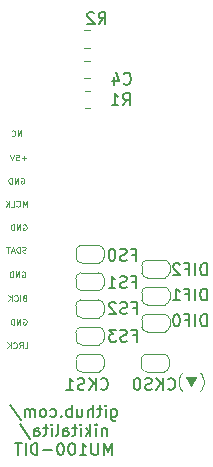
<source format=gbo>
G04 #@! TF.GenerationSoftware,KiCad,Pcbnew,(6.0.1)*
G04 #@! TF.CreationDate,2022-07-05T00:42:15-07:00*
G04 #@! TF.ProjectId,mu100-dit,6d753130-302d-4646-9974-2e6b69636164,rev?*
G04 #@! TF.SameCoordinates,PX4a25ef0PY4c3f880*
G04 #@! TF.FileFunction,Legend,Bot*
G04 #@! TF.FilePolarity,Positive*
%FSLAX46Y46*%
G04 Gerber Fmt 4.6, Leading zero omitted, Abs format (unit mm)*
G04 Created by KiCad (PCBNEW (6.0.1)) date 2022-07-05 00:42:15*
%MOMM*%
%LPD*%
G01*
G04 APERTURE LIST*
%ADD10C,0.125*%
%ADD11C,0.15*%
%ADD12C,0.1*%
%ADD13C,0.12*%
G04 APERTURE END LIST*
D10*
X0040510952Y0069580000D02*
X0040558571Y0069603810D01*
X0040630000Y0069603810D01*
X0040701428Y0069580000D01*
X0040749047Y0069532381D01*
X0040772857Y0069484762D01*
X0040796666Y0069389524D01*
X0040796666Y0069318096D01*
X0040772857Y0069222858D01*
X0040749047Y0069175239D01*
X0040701428Y0069127620D01*
X0040630000Y0069103810D01*
X0040582380Y0069103810D01*
X0040510952Y0069127620D01*
X0040487142Y0069151429D01*
X0040487142Y0069318096D01*
X0040582380Y0069318096D01*
X0040272857Y0069103810D02*
X0040272857Y0069603810D01*
X0039987142Y0069103810D01*
X0039987142Y0069603810D01*
X0039749047Y0069103810D02*
X0039749047Y0069603810D01*
X0039630000Y0069603810D01*
X0039558571Y0069580000D01*
X0039510952Y0069532381D01*
X0039487142Y0069484762D01*
X0039463333Y0069389524D01*
X0039463333Y0069318096D01*
X0039487142Y0069222858D01*
X0039510952Y0069175239D01*
X0039558571Y0069127620D01*
X0039630000Y0069103810D01*
X0039749047Y0069103810D01*
X0040710952Y0057650000D02*
X0040758571Y0057673810D01*
X0040830000Y0057673810D01*
X0040901428Y0057650000D01*
X0040949047Y0057602381D01*
X0040972857Y0057554762D01*
X0040996666Y0057459524D01*
X0040996666Y0057388096D01*
X0040972857Y0057292857D01*
X0040949047Y0057245239D01*
X0040901428Y0057197620D01*
X0040830000Y0057173810D01*
X0040782380Y0057173810D01*
X0040710952Y0057197620D01*
X0040687142Y0057221429D01*
X0040687142Y0057388096D01*
X0040782380Y0057388096D01*
X0040472857Y0057173810D02*
X0040472857Y0057673810D01*
X0040187142Y0057173810D01*
X0040187142Y0057673810D01*
X0039949047Y0057173810D02*
X0039949047Y0057673810D01*
X0039830000Y0057673810D01*
X0039758571Y0057650000D01*
X0039710952Y0057602381D01*
X0039687142Y0057554762D01*
X0039663333Y0057459524D01*
X0039663333Y0057388096D01*
X0039687142Y0057292857D01*
X0039710952Y0057245239D01*
X0039758571Y0057197620D01*
X0039830000Y0057173810D01*
X0039949047Y0057173810D01*
X0040825238Y0055173810D02*
X0041063333Y0055173810D01*
X0041063333Y0055673810D01*
X0040372857Y0055173810D02*
X0040539523Y0055411905D01*
X0040658571Y0055173810D02*
X0040658571Y0055673810D01*
X0040468095Y0055673810D01*
X0040420476Y0055650000D01*
X0040396666Y0055626191D01*
X0040372857Y0055578572D01*
X0040372857Y0055507143D01*
X0040396666Y0055459524D01*
X0040420476Y0055435715D01*
X0040468095Y0055411905D01*
X0040658571Y0055411905D01*
X0039872857Y0055221429D02*
X0039896666Y0055197620D01*
X0039968095Y0055173810D01*
X0040015714Y0055173810D01*
X0040087142Y0055197620D01*
X0040134761Y0055245239D01*
X0040158571Y0055292857D01*
X0040182380Y0055388096D01*
X0040182380Y0055459524D01*
X0040158571Y0055554762D01*
X0040134761Y0055602381D01*
X0040087142Y0055650000D01*
X0040015714Y0055673810D01*
X0039968095Y0055673810D01*
X0039896666Y0055650000D01*
X0039872857Y0055626191D01*
X0039658571Y0055173810D02*
X0039658571Y0055673810D01*
X0039372857Y0055173810D02*
X0039587142Y0055459524D01*
X0039372857Y0055673810D02*
X0039658571Y0055388096D01*
D11*
X0052972857Y0051742858D02*
X0053020476Y0051695239D01*
X0053163333Y0051647620D01*
X0053258571Y0051647620D01*
X0053401427Y0051695239D01*
X0053496666Y0051790477D01*
X0053544285Y0051885715D01*
X0053591904Y0052076191D01*
X0053591904Y0052219048D01*
X0053544285Y0052409524D01*
X0053496666Y0052504762D01*
X0053401427Y0052600000D01*
X0053258571Y0052647620D01*
X0053163333Y0052647620D01*
X0053020476Y0052600000D01*
X0052972857Y0052552381D01*
X0052544285Y0051647620D02*
X0052544285Y0052647620D01*
X0051972857Y0051647620D02*
X0052401427Y0052219048D01*
X0051972857Y0052647620D02*
X0052544285Y0052076191D01*
X0051591904Y0051695239D02*
X0051449047Y0051647620D01*
X0051210952Y0051647620D01*
X0051115714Y0051695239D01*
X0051068095Y0051742858D01*
X0051020476Y0051838096D01*
X0051020476Y0051933334D01*
X0051068095Y0052028572D01*
X0051115714Y0052076191D01*
X0051210952Y0052123810D01*
X0051401427Y0052171429D01*
X0051496666Y0052219048D01*
X0051544285Y0052266667D01*
X0051591904Y0052361905D01*
X0051591904Y0052457143D01*
X0051544285Y0052552381D01*
X0051496666Y0052600000D01*
X0051401427Y0052647620D01*
X0051163333Y0052647620D01*
X0051020476Y0052600000D01*
X0050401427Y0052647620D02*
X0050306190Y0052647620D01*
X0050210952Y0052600000D01*
X0050163333Y0052552381D01*
X0050115714Y0052457143D01*
X0050068095Y0052266667D01*
X0050068095Y0052028572D01*
X0050115714Y0051838096D01*
X0050163333Y0051742858D01*
X0050210952Y0051695239D01*
X0050306190Y0051647620D01*
X0050401427Y0051647620D01*
X0050496666Y0051695239D01*
X0050544285Y0051742858D01*
X0050591904Y0051838096D01*
X0050639523Y0052028572D01*
X0050639523Y0052266667D01*
X0050591904Y0052457143D01*
X0050544285Y0052552381D01*
X0050496666Y0052600000D01*
X0050401427Y0052647620D01*
D12*
X0055691904Y0051566667D02*
X0055739523Y0051614286D01*
X0055834761Y0051757143D01*
X0055882380Y0051852381D01*
X0055930000Y0051995239D01*
X0055977619Y0052233334D01*
X0055977619Y0052423810D01*
X0055930000Y0052661905D01*
X0055882380Y0052804762D01*
X0055834761Y0052900000D01*
X0055739523Y0053042857D01*
X0055691904Y0053090477D01*
X0054549047Y0052661905D02*
X0054549047Y0052709524D01*
X0054596666Y0052566666D02*
X0054596666Y0052709524D01*
X0054644285Y0052471429D02*
X0054644285Y0052709524D01*
X0054691904Y0052376191D02*
X0054691904Y0052709524D01*
X0054739523Y0052328572D02*
X0054739523Y0052709524D01*
X0054787142Y0052233334D02*
X0054787142Y0052709524D01*
X0054834761Y0052138096D02*
X0054834761Y0052709524D01*
X0054882380Y0052042857D02*
X0054882380Y0052709524D01*
X0054930000Y0051947620D02*
X0054930000Y0052709524D01*
X0054977619Y0052042857D02*
X0054977619Y0052709524D01*
X0055025238Y0052138096D02*
X0055025238Y0052709524D01*
X0055072857Y0052233334D02*
X0055072857Y0052709524D01*
X0055120476Y0052328572D02*
X0055120476Y0052709524D01*
X0055168095Y0052376191D02*
X0055168095Y0052709524D01*
X0055215714Y0052471429D02*
X0055215714Y0052709524D01*
X0055263333Y0052566666D02*
X0055263333Y0052709524D01*
X0055310952Y0052709524D02*
X0054930000Y0051995239D01*
X0054549047Y0052709524D01*
X0055310952Y0052661905D02*
X0055310952Y0052709524D01*
X0054930000Y0051947620D02*
X0055358571Y0052709524D01*
X0054501428Y0052709524D01*
X0054930000Y0051947620D01*
X0054168095Y0051566667D02*
X0054120476Y0051614286D01*
X0054025238Y0051757143D01*
X0053977619Y0051852381D01*
X0053930000Y0051995239D01*
X0053882380Y0052233334D01*
X0053882380Y0052423810D01*
X0053930000Y0052661905D01*
X0053977619Y0052804762D01*
X0054025238Y0052900000D01*
X0054120476Y0053042857D01*
X0054168095Y0053090477D01*
D11*
X0056254284Y0057047619D02*
X0056254284Y0058047619D01*
X0056016190Y0058047619D01*
X0055873333Y0058000000D01*
X0055778095Y0057904762D01*
X0055730475Y0057809523D01*
X0055682857Y0057619048D01*
X0055682857Y0057476191D01*
X0055730475Y0057285714D01*
X0055778095Y0057190477D01*
X0055873333Y0057095239D01*
X0056016190Y0057047619D01*
X0056254284Y0057047619D01*
X0055254284Y0057047619D02*
X0055254284Y0058047619D01*
X0054444762Y0057571428D02*
X0054778095Y0057571428D01*
X0054778095Y0057047619D02*
X0054778095Y0058047619D01*
X0054301904Y0058047619D01*
X0053730475Y0058047619D02*
X0053635238Y0058047619D01*
X0053540000Y0058000000D01*
X0053492381Y0057952381D01*
X0053444762Y0057857143D01*
X0053397143Y0057666667D01*
X0053397143Y0057428572D01*
X0053444762Y0057238096D01*
X0053492381Y0057142858D01*
X0053540000Y0057095239D01*
X0053635238Y0057047619D01*
X0053730475Y0057047619D01*
X0053825714Y0057095239D01*
X0053873333Y0057142858D01*
X0053920952Y0057238096D01*
X0053968571Y0057428572D01*
X0053968571Y0057666667D01*
X0053920952Y0057857143D01*
X0053873333Y0057952381D01*
X0053825714Y0058000000D01*
X0053730475Y0058047619D01*
X0056254284Y0061352620D02*
X0056254284Y0062352620D01*
X0056016190Y0062352620D01*
X0055873333Y0062305000D01*
X0055778095Y0062209762D01*
X0055730475Y0062114524D01*
X0055682857Y0061924048D01*
X0055682857Y0061781191D01*
X0055730475Y0061590715D01*
X0055778095Y0061495477D01*
X0055873333Y0061400239D01*
X0056016190Y0061352620D01*
X0056254284Y0061352620D01*
X0055254284Y0061352620D02*
X0055254284Y0062352620D01*
X0054444762Y0061876429D02*
X0054778095Y0061876429D01*
X0054778095Y0061352620D02*
X0054778095Y0062352620D01*
X0054301904Y0062352620D01*
X0053968571Y0062257380D02*
X0053920952Y0062305000D01*
X0053825714Y0062352620D01*
X0053587619Y0062352620D01*
X0053492381Y0062305000D01*
X0053444762Y0062257380D01*
X0053397143Y0062162143D01*
X0053397143Y0062066905D01*
X0053444762Y0061924048D01*
X0054016190Y0061352620D01*
X0053397143Y0061352620D01*
D10*
X0040999047Y0067173810D02*
X0040999047Y0067673810D01*
X0040832380Y0067316667D01*
X0040665714Y0067673810D01*
X0040665714Y0067173810D01*
X0040141904Y0067221429D02*
X0040165714Y0067197620D01*
X0040237142Y0067173810D01*
X0040284761Y0067173810D01*
X0040356190Y0067197620D01*
X0040403809Y0067245239D01*
X0040427619Y0067292858D01*
X0040451428Y0067388096D01*
X0040451428Y0067459524D01*
X0040427619Y0067554762D01*
X0040403809Y0067602381D01*
X0040356190Y0067650000D01*
X0040284761Y0067673810D01*
X0040237142Y0067673810D01*
X0040165714Y0067650000D01*
X0040141904Y0067626191D01*
X0039689523Y0067173810D02*
X0039927619Y0067173810D01*
X0039927619Y0067673810D01*
X0039522857Y0067173810D02*
X0039522857Y0067673810D01*
X0039237142Y0067173810D02*
X0039451428Y0067459524D01*
X0039237142Y0067673810D02*
X0039522857Y0067388096D01*
X0040813333Y0059435715D02*
X0040741904Y0059411905D01*
X0040718095Y0059388096D01*
X0040694285Y0059340477D01*
X0040694285Y0059269048D01*
X0040718095Y0059221429D01*
X0040741904Y0059197620D01*
X0040789523Y0059173810D01*
X0040980000Y0059173810D01*
X0040980000Y0059673810D01*
X0040813333Y0059673810D01*
X0040765714Y0059650000D01*
X0040741904Y0059626191D01*
X0040718095Y0059578572D01*
X0040718095Y0059530953D01*
X0040741904Y0059483334D01*
X0040765714Y0059459524D01*
X0040813333Y0059435715D01*
X0040980000Y0059435715D01*
X0040480000Y0059173810D02*
X0040480000Y0059673810D01*
X0039956190Y0059221429D02*
X0039980000Y0059197620D01*
X0040051428Y0059173810D01*
X0040099047Y0059173810D01*
X0040170476Y0059197620D01*
X0040218095Y0059245239D01*
X0040241904Y0059292857D01*
X0040265714Y0059388096D01*
X0040265714Y0059459524D01*
X0040241904Y0059554762D01*
X0040218095Y0059602381D01*
X0040170476Y0059650000D01*
X0040099047Y0059673810D01*
X0040051428Y0059673810D01*
X0039980000Y0059650000D01*
X0039956190Y0059626191D01*
X0039741904Y0059173810D02*
X0039741904Y0059673810D01*
X0039456190Y0059173810D02*
X0039670476Y0059459524D01*
X0039456190Y0059673810D02*
X0039741904Y0059388096D01*
X0040610952Y0061650000D02*
X0040658571Y0061673810D01*
X0040730000Y0061673810D01*
X0040801428Y0061650000D01*
X0040849047Y0061602381D01*
X0040872857Y0061554762D01*
X0040896666Y0061459524D01*
X0040896666Y0061388096D01*
X0040872857Y0061292857D01*
X0040849047Y0061245239D01*
X0040801428Y0061197620D01*
X0040730000Y0061173810D01*
X0040682380Y0061173810D01*
X0040610952Y0061197620D01*
X0040587142Y0061221429D01*
X0040587142Y0061388096D01*
X0040682380Y0061388096D01*
X0040372857Y0061173810D02*
X0040372857Y0061673810D01*
X0040087142Y0061173810D01*
X0040087142Y0061673810D01*
X0039849047Y0061173810D02*
X0039849047Y0061673810D01*
X0039730000Y0061673810D01*
X0039658571Y0061650000D01*
X0039610952Y0061602381D01*
X0039587142Y0061554762D01*
X0039563333Y0061459524D01*
X0039563333Y0061388096D01*
X0039587142Y0061292857D01*
X0039610952Y0061245239D01*
X0039658571Y0061197620D01*
X0039730000Y0061173810D01*
X0039849047Y0061173810D01*
D11*
X0049979523Y0058601428D02*
X0050312857Y0058601428D01*
X0050312857Y0058077619D02*
X0050312857Y0059077619D01*
X0049836666Y0059077619D01*
X0049503333Y0058125239D02*
X0049360476Y0058077619D01*
X0049122380Y0058077619D01*
X0049027142Y0058125239D01*
X0048979523Y0058172858D01*
X0048931904Y0058268096D01*
X0048931904Y0058363333D01*
X0048979523Y0058458572D01*
X0049027142Y0058506191D01*
X0049122380Y0058553810D01*
X0049312857Y0058601428D01*
X0049408095Y0058649048D01*
X0049455714Y0058696667D01*
X0049503333Y0058791905D01*
X0049503333Y0058887142D01*
X0049455714Y0058982381D01*
X0049408095Y0059030000D01*
X0049312857Y0059077619D01*
X0049074761Y0059077619D01*
X0048931904Y0059030000D01*
X0048550952Y0058982381D02*
X0048503333Y0059030000D01*
X0048408095Y0059077619D01*
X0048170000Y0059077619D01*
X0048074761Y0059030000D01*
X0048027142Y0058982381D01*
X0047979523Y0058887142D01*
X0047979523Y0058791905D01*
X0048027142Y0058649048D01*
X0048598571Y0058077619D01*
X0047979523Y0058077619D01*
D10*
X0040710952Y0065650000D02*
X0040758571Y0065673810D01*
X0040830000Y0065673810D01*
X0040901428Y0065650000D01*
X0040949047Y0065602381D01*
X0040972857Y0065554762D01*
X0040996666Y0065459524D01*
X0040996666Y0065388096D01*
X0040972857Y0065292857D01*
X0040949047Y0065245239D01*
X0040901428Y0065197620D01*
X0040830000Y0065173810D01*
X0040782380Y0065173810D01*
X0040710952Y0065197620D01*
X0040687142Y0065221429D01*
X0040687142Y0065388096D01*
X0040782380Y0065388096D01*
X0040472857Y0065173810D02*
X0040472857Y0065673810D01*
X0040187142Y0065173810D01*
X0040187142Y0065673810D01*
X0039949047Y0065173810D02*
X0039949047Y0065673810D01*
X0039830000Y0065673810D01*
X0039758571Y0065650000D01*
X0039710952Y0065602381D01*
X0039687142Y0065554762D01*
X0039663333Y0065459524D01*
X0039663333Y0065388096D01*
X0039687142Y0065292857D01*
X0039710952Y0065245239D01*
X0039758571Y0065197620D01*
X0039830000Y0065173810D01*
X0039949047Y0065173810D01*
D11*
X0048156190Y0050024286D02*
X0048156190Y0049214762D01*
X0048203809Y0049119524D01*
X0048251428Y0049071905D01*
X0048346666Y0049024286D01*
X0048489523Y0049024286D01*
X0048584761Y0049071905D01*
X0048156190Y0049405239D02*
X0048251428Y0049357620D01*
X0048441904Y0049357620D01*
X0048537142Y0049405239D01*
X0048584761Y0049452858D01*
X0048632380Y0049548096D01*
X0048632380Y0049833810D01*
X0048584761Y0049929048D01*
X0048537142Y0049976667D01*
X0048441904Y0050024286D01*
X0048251428Y0050024286D01*
X0048156190Y0049976667D01*
X0047680000Y0049357620D02*
X0047680000Y0050024286D01*
X0047680000Y0050357620D02*
X0047727619Y0050310000D01*
X0047680000Y0050262381D01*
X0047632380Y0050310000D01*
X0047680000Y0050357620D01*
X0047680000Y0050262381D01*
X0047346666Y0050024286D02*
X0046965714Y0050024286D01*
X0047203809Y0050357620D02*
X0047203809Y0049500477D01*
X0047156190Y0049405239D01*
X0047060952Y0049357620D01*
X0046965714Y0049357620D01*
X0046632380Y0049357620D02*
X0046632380Y0050357620D01*
X0046203809Y0049357620D02*
X0046203809Y0049881429D01*
X0046251428Y0049976667D01*
X0046346666Y0050024286D01*
X0046489523Y0050024286D01*
X0046584761Y0049976667D01*
X0046632380Y0049929048D01*
X0045299047Y0050024286D02*
X0045299047Y0049357620D01*
X0045727619Y0050024286D02*
X0045727619Y0049500477D01*
X0045680000Y0049405239D01*
X0045584761Y0049357620D01*
X0045441904Y0049357620D01*
X0045346666Y0049405239D01*
X0045299047Y0049452858D01*
X0044822857Y0049357620D02*
X0044822857Y0050357620D01*
X0044822857Y0049976667D02*
X0044727619Y0050024286D01*
X0044537142Y0050024286D01*
X0044441904Y0049976667D01*
X0044394285Y0049929048D01*
X0044346666Y0049833810D01*
X0044346666Y0049548096D01*
X0044394285Y0049452858D01*
X0044441904Y0049405239D01*
X0044537142Y0049357620D01*
X0044727619Y0049357620D01*
X0044822857Y0049405239D01*
X0043918095Y0049452858D02*
X0043870476Y0049405239D01*
X0043918095Y0049357620D01*
X0043965714Y0049405239D01*
X0043918095Y0049452858D01*
X0043918095Y0049357620D01*
X0043013333Y0049405239D02*
X0043108571Y0049357620D01*
X0043299047Y0049357620D01*
X0043394285Y0049405239D01*
X0043441904Y0049452858D01*
X0043489523Y0049548096D01*
X0043489523Y0049833810D01*
X0043441904Y0049929048D01*
X0043394285Y0049976667D01*
X0043299047Y0050024286D01*
X0043108571Y0050024286D01*
X0043013333Y0049976667D01*
X0042441904Y0049357620D02*
X0042537142Y0049405239D01*
X0042584761Y0049452858D01*
X0042632380Y0049548096D01*
X0042632380Y0049833810D01*
X0042584761Y0049929048D01*
X0042537142Y0049976667D01*
X0042441904Y0050024286D01*
X0042299047Y0050024286D01*
X0042203809Y0049976667D01*
X0042156190Y0049929048D01*
X0042108571Y0049833810D01*
X0042108571Y0049548096D01*
X0042156190Y0049452858D01*
X0042203809Y0049405239D01*
X0042299047Y0049357620D01*
X0042441904Y0049357620D01*
X0041680000Y0049357620D02*
X0041680000Y0050024286D01*
X0041680000Y0049929048D02*
X0041632380Y0049976667D01*
X0041537142Y0050024286D01*
X0041394285Y0050024286D01*
X0041299047Y0049976667D01*
X0041251428Y0049881429D01*
X0041251428Y0049357620D01*
X0041251428Y0049881429D02*
X0041203809Y0049976667D01*
X0041108571Y0050024286D01*
X0040965714Y0050024286D01*
X0040870476Y0049976667D01*
X0040822857Y0049881429D01*
X0040822857Y0049357620D01*
X0039632380Y0050405239D02*
X0040489523Y0049119524D01*
X0047775238Y0048414286D02*
X0047775238Y0047747620D01*
X0047775238Y0048319048D02*
X0047727619Y0048366667D01*
X0047632380Y0048414286D01*
X0047489523Y0048414286D01*
X0047394285Y0048366667D01*
X0047346666Y0048271429D01*
X0047346666Y0047747620D01*
X0046870476Y0047747620D02*
X0046870476Y0048414286D01*
X0046870476Y0048747620D02*
X0046918095Y0048700000D01*
X0046870476Y0048652381D01*
X0046822857Y0048700000D01*
X0046870476Y0048747620D01*
X0046870476Y0048652381D01*
X0046394285Y0047747620D02*
X0046394285Y0048747620D01*
X0046299047Y0048128572D02*
X0046013333Y0047747620D01*
X0046013333Y0048414286D02*
X0046394285Y0048033334D01*
X0045584761Y0047747620D02*
X0045584761Y0048414286D01*
X0045584761Y0048747620D02*
X0045632380Y0048700000D01*
X0045584761Y0048652381D01*
X0045537142Y0048700000D01*
X0045584761Y0048747620D01*
X0045584761Y0048652381D01*
X0045251428Y0048414286D02*
X0044870476Y0048414286D01*
X0045108571Y0048747620D02*
X0045108571Y0047890477D01*
X0045060952Y0047795239D01*
X0044965714Y0047747620D01*
X0044870476Y0047747620D01*
X0044108571Y0047747620D02*
X0044108571Y0048271429D01*
X0044156190Y0048366667D01*
X0044251428Y0048414286D01*
X0044441904Y0048414286D01*
X0044537142Y0048366667D01*
X0044108571Y0047795239D02*
X0044203809Y0047747620D01*
X0044441904Y0047747620D01*
X0044537142Y0047795239D01*
X0044584761Y0047890477D01*
X0044584761Y0047985715D01*
X0044537142Y0048080953D01*
X0044441904Y0048128572D01*
X0044203809Y0048128572D01*
X0044108571Y0048176191D01*
X0043489523Y0047747620D02*
X0043584761Y0047795239D01*
X0043632380Y0047890477D01*
X0043632380Y0048747620D01*
X0043108571Y0047747620D02*
X0043108571Y0048414286D01*
X0043108571Y0048747620D02*
X0043156190Y0048700000D01*
X0043108571Y0048652381D01*
X0043060952Y0048700000D01*
X0043108571Y0048747620D01*
X0043108571Y0048652381D01*
X0042775238Y0048414286D02*
X0042394285Y0048414286D01*
X0042632380Y0048747620D02*
X0042632380Y0047890477D01*
X0042584761Y0047795239D01*
X0042489523Y0047747620D01*
X0042394285Y0047747620D01*
X0041632380Y0047747620D02*
X0041632380Y0048271429D01*
X0041680000Y0048366667D01*
X0041775238Y0048414286D01*
X0041965714Y0048414286D01*
X0042060952Y0048366667D01*
X0041632380Y0047795239D02*
X0041727619Y0047747620D01*
X0041965714Y0047747620D01*
X0042060952Y0047795239D01*
X0042108571Y0047890477D01*
X0042108571Y0047985715D01*
X0042060952Y0048080953D01*
X0041965714Y0048128572D01*
X0041727619Y0048128572D01*
X0041632380Y0048176191D01*
X0040441904Y0048795239D02*
X0041299047Y0047509524D01*
X0048203809Y0046137620D02*
X0048203809Y0047137620D01*
X0047870476Y0046423334D01*
X0047537142Y0047137620D01*
X0047537142Y0046137620D01*
X0047060952Y0047137620D02*
X0047060952Y0046328096D01*
X0047013333Y0046232858D01*
X0046965714Y0046185239D01*
X0046870476Y0046137620D01*
X0046680000Y0046137620D01*
X0046584761Y0046185239D01*
X0046537142Y0046232858D01*
X0046489523Y0046328096D01*
X0046489523Y0047137620D01*
X0045489523Y0046137620D02*
X0046060952Y0046137620D01*
X0045775238Y0046137620D02*
X0045775238Y0047137620D01*
X0045870476Y0046994762D01*
X0045965714Y0046899524D01*
X0046060952Y0046851905D01*
X0044870476Y0047137620D02*
X0044775238Y0047137620D01*
X0044680000Y0047090000D01*
X0044632380Y0047042381D01*
X0044584761Y0046947143D01*
X0044537142Y0046756667D01*
X0044537142Y0046518572D01*
X0044584761Y0046328096D01*
X0044632380Y0046232858D01*
X0044680000Y0046185239D01*
X0044775238Y0046137620D01*
X0044870476Y0046137620D01*
X0044965714Y0046185239D01*
X0045013333Y0046232858D01*
X0045060952Y0046328096D01*
X0045108571Y0046518572D01*
X0045108571Y0046756667D01*
X0045060952Y0046947143D01*
X0045013333Y0047042381D01*
X0044965714Y0047090000D01*
X0044870476Y0047137620D01*
X0043918095Y0047137620D02*
X0043822857Y0047137620D01*
X0043727619Y0047090000D01*
X0043680000Y0047042381D01*
X0043632380Y0046947143D01*
X0043584761Y0046756667D01*
X0043584761Y0046518572D01*
X0043632380Y0046328096D01*
X0043680000Y0046232858D01*
X0043727619Y0046185239D01*
X0043822857Y0046137620D01*
X0043918095Y0046137620D01*
X0044013333Y0046185239D01*
X0044060952Y0046232858D01*
X0044108571Y0046328096D01*
X0044156190Y0046518572D01*
X0044156190Y0046756667D01*
X0044108571Y0046947143D01*
X0044060952Y0047042381D01*
X0044013333Y0047090000D01*
X0043918095Y0047137620D01*
X0043156190Y0046518572D02*
X0042394285Y0046518572D01*
X0041918095Y0046137620D02*
X0041918095Y0047137620D01*
X0041680000Y0047137620D01*
X0041537142Y0047090000D01*
X0041441904Y0046994762D01*
X0041394285Y0046899524D01*
X0041346666Y0046709048D01*
X0041346666Y0046566191D01*
X0041394285Y0046375715D01*
X0041441904Y0046280477D01*
X0041537142Y0046185239D01*
X0041680000Y0046137620D01*
X0041918095Y0046137620D01*
X0040918095Y0046137620D02*
X0040918095Y0047137620D01*
X0040584761Y0047137620D02*
X0040013333Y0047137620D01*
X0040299047Y0046137620D02*
X0040299047Y0047137620D01*
X0049939523Y0063111429D02*
X0050272857Y0063111429D01*
X0050272857Y0062587620D02*
X0050272857Y0063587620D01*
X0049796666Y0063587620D01*
X0049463333Y0062635239D02*
X0049320476Y0062587620D01*
X0049082380Y0062587620D01*
X0048987142Y0062635239D01*
X0048939523Y0062682857D01*
X0048891904Y0062778096D01*
X0048891904Y0062873334D01*
X0048939523Y0062968572D01*
X0048987142Y0063016191D01*
X0049082380Y0063063810D01*
X0049272857Y0063111429D01*
X0049368095Y0063159048D01*
X0049415714Y0063206666D01*
X0049463333Y0063301905D01*
X0049463333Y0063397143D01*
X0049415714Y0063492381D01*
X0049368095Y0063540000D01*
X0049272857Y0063587620D01*
X0049034761Y0063587620D01*
X0048891904Y0063540000D01*
X0048272857Y0063587620D02*
X0048177619Y0063587620D01*
X0048082380Y0063540000D01*
X0048034761Y0063492381D01*
X0047987142Y0063397143D01*
X0047939523Y0063206666D01*
X0047939523Y0062968572D01*
X0047987142Y0062778096D01*
X0048034761Y0062682857D01*
X0048082380Y0062635239D01*
X0048177619Y0062587620D01*
X0048272857Y0062587620D01*
X0048368095Y0062635239D01*
X0048415714Y0062682857D01*
X0048463333Y0062778096D01*
X0048510952Y0062968572D01*
X0048510952Y0063206666D01*
X0048463333Y0063397143D01*
X0048415714Y0063492381D01*
X0048368095Y0063540000D01*
X0048272857Y0063587620D01*
D10*
X0040927619Y0063297619D02*
X0040856190Y0063273810D01*
X0040737142Y0063273810D01*
X0040689523Y0063297619D01*
X0040665714Y0063321428D01*
X0040641904Y0063369048D01*
X0040641904Y0063416667D01*
X0040665714Y0063464286D01*
X0040689523Y0063488096D01*
X0040737142Y0063511905D01*
X0040832380Y0063535714D01*
X0040880000Y0063559523D01*
X0040903809Y0063583334D01*
X0040927619Y0063630953D01*
X0040927619Y0063678572D01*
X0040903809Y0063726191D01*
X0040880000Y0063750000D01*
X0040832380Y0063773810D01*
X0040713333Y0063773810D01*
X0040641904Y0063750000D01*
X0040427619Y0063273810D02*
X0040427619Y0063773810D01*
X0040308571Y0063773810D01*
X0040237142Y0063750000D01*
X0040189523Y0063702381D01*
X0040165714Y0063654762D01*
X0040141904Y0063559523D01*
X0040141904Y0063488096D01*
X0040165714Y0063392858D01*
X0040189523Y0063345239D01*
X0040237142Y0063297619D01*
X0040308571Y0063273810D01*
X0040427619Y0063273810D01*
X0039951428Y0063416667D02*
X0039713333Y0063416667D01*
X0039999047Y0063273810D02*
X0039832380Y0063773810D01*
X0039665714Y0063273810D01*
X0039570476Y0063773810D02*
X0039284761Y0063773810D01*
X0039427619Y0063273810D02*
X0039427619Y0063773810D01*
X0040972857Y0071264286D02*
X0040591904Y0071264286D01*
X0040782380Y0071073810D02*
X0040782380Y0071454762D01*
X0040115714Y0071573810D02*
X0040353809Y0071573810D01*
X0040377619Y0071335715D01*
X0040353809Y0071359524D01*
X0040306190Y0071383334D01*
X0040187142Y0071383334D01*
X0040139523Y0071359524D01*
X0040115714Y0071335715D01*
X0040091904Y0071288096D01*
X0040091904Y0071169048D01*
X0040115714Y0071121429D01*
X0040139523Y0071097620D01*
X0040187142Y0071073810D01*
X0040306190Y0071073810D01*
X0040353809Y0071097620D01*
X0040377619Y0071121429D01*
X0039949047Y0071573810D02*
X0039782380Y0071073810D01*
X0039615714Y0071573810D01*
X0040532857Y0073125810D02*
X0040532857Y0073625810D01*
X0040247142Y0073125810D01*
X0040247142Y0073625810D01*
X0039723333Y0073173429D02*
X0039747142Y0073149620D01*
X0039818571Y0073125810D01*
X0039866190Y0073125810D01*
X0039937619Y0073149620D01*
X0039985238Y0073197239D01*
X0040009047Y0073244858D01*
X0040032857Y0073340096D01*
X0040032857Y0073411524D01*
X0040009047Y0073506762D01*
X0039985238Y0073554381D01*
X0039937619Y0073602000D01*
X0039866190Y0073625810D01*
X0039818571Y0073625810D01*
X0039747142Y0073602000D01*
X0039723333Y0073578191D01*
D11*
X0056254284Y0059222620D02*
X0056254284Y0060222620D01*
X0056016190Y0060222620D01*
X0055873333Y0060175000D01*
X0055778095Y0060079762D01*
X0055730475Y0059984524D01*
X0055682857Y0059794048D01*
X0055682857Y0059651191D01*
X0055730475Y0059460715D01*
X0055778095Y0059365477D01*
X0055873333Y0059270239D01*
X0056016190Y0059222620D01*
X0056254284Y0059222620D01*
X0055254284Y0059222620D02*
X0055254284Y0060222620D01*
X0054444762Y0059746429D02*
X0054778095Y0059746429D01*
X0054778095Y0059222620D02*
X0054778095Y0060222620D01*
X0054301904Y0060222620D01*
X0053397143Y0059222620D02*
X0053968571Y0059222620D01*
X0053682857Y0059222620D02*
X0053682857Y0060222620D01*
X0053778095Y0060079762D01*
X0053873333Y0059984524D01*
X0053968571Y0059936904D01*
X0049969523Y0056261429D02*
X0050302857Y0056261429D01*
X0050302857Y0055737620D02*
X0050302857Y0056737620D01*
X0049826666Y0056737620D01*
X0049493333Y0055785239D02*
X0049350476Y0055737620D01*
X0049112380Y0055737620D01*
X0049017142Y0055785239D01*
X0048969523Y0055832858D01*
X0048921904Y0055928096D01*
X0048921904Y0056023334D01*
X0048969523Y0056118572D01*
X0049017142Y0056166191D01*
X0049112380Y0056213809D01*
X0049302857Y0056261429D01*
X0049398095Y0056309048D01*
X0049445714Y0056356667D01*
X0049493333Y0056451905D01*
X0049493333Y0056547143D01*
X0049445714Y0056642381D01*
X0049398095Y0056690000D01*
X0049302857Y0056737620D01*
X0049064761Y0056737620D01*
X0048921904Y0056690000D01*
X0048588571Y0056737620D02*
X0047969523Y0056737620D01*
X0048302857Y0056356667D01*
X0048160000Y0056356667D01*
X0048064761Y0056309048D01*
X0048017142Y0056261429D01*
X0047969523Y0056166191D01*
X0047969523Y0055928096D01*
X0048017142Y0055832858D01*
X0048064761Y0055785239D01*
X0048160000Y0055737620D01*
X0048445714Y0055737620D01*
X0048540952Y0055785239D01*
X0048588571Y0055832858D01*
X0047272857Y0051742858D02*
X0047320476Y0051695239D01*
X0047463333Y0051647620D01*
X0047558571Y0051647620D01*
X0047701428Y0051695239D01*
X0047796666Y0051790477D01*
X0047844285Y0051885715D01*
X0047891904Y0052076191D01*
X0047891904Y0052219048D01*
X0047844285Y0052409524D01*
X0047796666Y0052504762D01*
X0047701428Y0052600000D01*
X0047558571Y0052647620D01*
X0047463333Y0052647620D01*
X0047320476Y0052600000D01*
X0047272857Y0052552381D01*
X0046844285Y0051647620D02*
X0046844285Y0052647620D01*
X0046272857Y0051647620D02*
X0046701428Y0052219048D01*
X0046272857Y0052647620D02*
X0046844285Y0052076191D01*
X0045891904Y0051695239D02*
X0045749047Y0051647620D01*
X0045510952Y0051647620D01*
X0045415714Y0051695239D01*
X0045368095Y0051742858D01*
X0045320476Y0051838096D01*
X0045320476Y0051933334D01*
X0045368095Y0052028572D01*
X0045415714Y0052076191D01*
X0045510952Y0052123810D01*
X0045701428Y0052171429D01*
X0045796666Y0052219048D01*
X0045844285Y0052266667D01*
X0045891904Y0052361905D01*
X0045891904Y0052457143D01*
X0045844285Y0052552381D01*
X0045796666Y0052600000D01*
X0045701428Y0052647620D01*
X0045463333Y0052647620D01*
X0045320476Y0052600000D01*
X0044368095Y0051647620D02*
X0044939523Y0051647620D01*
X0044653809Y0051647620D02*
X0044653809Y0052647620D01*
X0044749047Y0052504762D01*
X0044844285Y0052409524D01*
X0044939523Y0052361905D01*
X0049939523Y0060811429D02*
X0050272857Y0060811429D01*
X0050272857Y0060287620D02*
X0050272857Y0061287620D01*
X0049796666Y0061287620D01*
X0049463333Y0060335239D02*
X0049320476Y0060287620D01*
X0049082380Y0060287620D01*
X0048987142Y0060335239D01*
X0048939523Y0060382858D01*
X0048891904Y0060478096D01*
X0048891904Y0060573334D01*
X0048939523Y0060668572D01*
X0048987142Y0060716190D01*
X0049082380Y0060763810D01*
X0049272857Y0060811429D01*
X0049368095Y0060859048D01*
X0049415714Y0060906667D01*
X0049463333Y0061001905D01*
X0049463333Y0061097143D01*
X0049415714Y0061192381D01*
X0049368095Y0061239999D01*
X0049272857Y0061287620D01*
X0049034761Y0061287620D01*
X0048891904Y0061239999D01*
X0047939523Y0060287620D02*
X0048510952Y0060287620D01*
X0048225238Y0060287620D02*
X0048225238Y0061287620D01*
X0048320476Y0061144762D01*
X0048415714Y0061049524D01*
X0048510952Y0061001905D01*
X0049146665Y0075759620D02*
X0049480000Y0076235810D01*
X0049718095Y0075759620D02*
X0049718095Y0076759620D01*
X0049337142Y0076759620D01*
X0049241904Y0076712000D01*
X0049194285Y0076664381D01*
X0049146665Y0076569143D01*
X0049146665Y0076426286D01*
X0049194285Y0076331048D01*
X0049241904Y0076283429D01*
X0049337142Y0076235810D01*
X0049718095Y0076235810D01*
X0048194285Y0075759620D02*
X0048765714Y0075759620D01*
X0048480000Y0075759620D02*
X0048480000Y0076759620D01*
X0048575238Y0076616762D01*
X0048670476Y0076521524D01*
X0048765714Y0076473905D01*
X0047091666Y0082624620D02*
X0047425000Y0083100810D01*
X0047663095Y0082624620D02*
X0047663095Y0083624620D01*
X0047282142Y0083624620D01*
X0047186904Y0083577000D01*
X0047139285Y0083529381D01*
X0047091666Y0083434143D01*
X0047091666Y0083291286D01*
X0047139285Y0083196048D01*
X0047186904Y0083148429D01*
X0047282142Y0083100810D01*
X0047663095Y0083100810D01*
X0046710714Y0083529381D02*
X0046663095Y0083577000D01*
X0046567857Y0083624620D01*
X0046329761Y0083624620D01*
X0046234523Y0083577000D01*
X0046186904Y0083529381D01*
X0046139285Y0083434143D01*
X0046139285Y0083338905D01*
X0046186904Y0083196048D01*
X0046758333Y0082624620D01*
X0046139285Y0082624620D01*
X0049216666Y0077594858D02*
X0049264285Y0077547239D01*
X0049407142Y0077499620D01*
X0049502380Y0077499620D01*
X0049645238Y0077547239D01*
X0049740476Y0077642477D01*
X0049788095Y0077737715D01*
X0049835713Y0077928191D01*
X0049835713Y0078071048D01*
X0049788095Y0078261524D01*
X0049740476Y0078356762D01*
X0049645238Y0078452000D01*
X0049502380Y0078499620D01*
X0049407142Y0078499620D01*
X0049264285Y0078452000D01*
X0049216666Y0078404381D01*
X0048359522Y0078166286D02*
X0048359522Y0077499620D01*
X0048597619Y0078547239D02*
X0048835713Y0077832953D01*
X0048216666Y0077832953D01*
D13*
X0045170000Y0058780000D02*
X0045170000Y0058180000D01*
X0045660000Y0057769999D02*
X0047120000Y0057769999D01*
X0047060000Y0059269999D02*
X0045580000Y0059269999D01*
X0047547060Y0058262339D02*
X0047547060Y0058862339D01*
X0047139342Y0057774919D02*
G75*
G03*
X0047549341Y0058264919I-0000072338J0000477059D01*
G01*
X0045577718Y0059267420D02*
G75*
G03*
X0045167718Y0058777420I0000072338J-0000477059D01*
G01*
X0047547060Y0058862339D02*
G75*
G03*
X0047057060Y0059272339I-0000477059J-0000072338D01*
G01*
X0045170000Y0058180000D02*
G75*
G03*
X0045660000Y0057769999I0000477059J0000072338D01*
G01*
X0046377064Y0075507000D02*
X0045922936Y0075507000D01*
X0046377064Y0076977000D02*
X0045922936Y0076977000D01*
X0047060000Y0054680000D02*
X0045580000Y0054680000D01*
X0045660000Y0053180000D02*
X0047120000Y0053180000D01*
X0047547060Y0053672339D02*
X0047547060Y0054272339D01*
X0045170000Y0054190000D02*
X0045170000Y0053590000D01*
X0047547060Y0054272339D02*
G75*
G03*
X0047057060Y0054682339I-0000477059J-0000072338D01*
G01*
X0047139342Y0053184919D02*
G75*
G03*
X0047549341Y0053674919I-0000072338J0000477059D01*
G01*
X0045577718Y0054677420D02*
G75*
G03*
X0045167718Y0054187420I0000072338J-0000477059D01*
G01*
X0045170000Y0053590000D02*
G75*
G03*
X0045660000Y0053180000I0000477059J0000072338D01*
G01*
X0045660000Y0060065000D02*
X0047120000Y0060065000D01*
X0047547060Y0060557339D02*
X0047547060Y0061157339D01*
X0047060000Y0061565000D02*
X0045580000Y0061565000D01*
X0045170000Y0061075000D02*
X0045170000Y0060475000D01*
X0047547060Y0061157339D02*
G75*
G03*
X0047057060Y0061567339I-0000477059J-0000072338D01*
G01*
X0045170000Y0060475000D02*
G75*
G03*
X0045660000Y0060065000I0000477059J0000072338D01*
G01*
X0047139342Y0060069919D02*
G75*
G03*
X0047549341Y0060559919I-0000072338J0000477059D01*
G01*
X0045577718Y0061562420D02*
G75*
G03*
X0045167718Y0061072420I0000072338J-0000477059D01*
G01*
X0052630000Y0062644999D02*
X0051150000Y0062644999D01*
X0053117060Y0061637339D02*
X0053117060Y0062237339D01*
X0050740000Y0062155000D02*
X0050740000Y0061555000D01*
X0051230000Y0061144999D02*
X0052690000Y0061144999D01*
X0051147718Y0062642420D02*
G75*
G03*
X0050737718Y0062152420I0000072338J-0000477059D01*
G01*
X0050740000Y0061555000D02*
G75*
G03*
X0051230000Y0061144999I0000477059J0000072338D01*
G01*
X0052709342Y0061149919D02*
G75*
G03*
X0053119342Y0061639919I-0000072338J0000477059D01*
G01*
X0053117060Y0062237339D02*
G75*
G03*
X0052627060Y0062647339I-0000477059J-0000072338D01*
G01*
X0045660000Y0062390000D02*
X0047120000Y0062390000D01*
X0047547060Y0062882339D02*
X0047547060Y0063482338D01*
X0045170000Y0063400000D02*
X0045170000Y0062800000D01*
X0047060000Y0063890000D02*
X0045580000Y0063890000D01*
X0045577718Y0063887420D02*
G75*
G03*
X0045167718Y0063397420I0000072338J-0000477059D01*
G01*
X0047547060Y0063482338D02*
G75*
G03*
X0047057060Y0063892339I-0000477059J-0000072338D01*
G01*
X0045170000Y0062800000D02*
G75*
G03*
X0045660000Y0062390000I0000477059J0000072338D01*
G01*
X0047139342Y0062394919D02*
G75*
G03*
X0047549341Y0062884919I-0000072338J0000477059D01*
G01*
X0051230000Y0058850000D02*
X0052690000Y0058850000D01*
X0050740000Y0059860000D02*
X0050740000Y0059260000D01*
X0053117060Y0059342338D02*
X0053117060Y0059942339D01*
X0052630000Y0060350000D02*
X0051150000Y0060350000D01*
X0050740000Y0059260000D02*
G75*
G03*
X0051230000Y0058850000I0000477059J0000072338D01*
G01*
X0053117060Y0059942339D02*
G75*
G03*
X0052627060Y0060352339I-0000477059J-0000072338D01*
G01*
X0052709342Y0058854918D02*
G75*
G03*
X0053119342Y0059344919I-0000072338J0000477059D01*
G01*
X0051147718Y0060347420D02*
G75*
G03*
X0050737718Y0059857420I0000072338J-0000477059D01*
G01*
X0050690000Y0054190000D02*
X0050690000Y0053590000D01*
X0053067060Y0053672339D02*
X0053067060Y0054272339D01*
X0052580000Y0054680000D02*
X0051100000Y0054680000D01*
X0051180000Y0053180000D02*
X0052640000Y0053180000D01*
X0051097718Y0054677420D02*
G75*
G03*
X0050687718Y0054187420I0000072338J-0000477059D01*
G01*
X0050690000Y0053590000D02*
G75*
G03*
X0051180000Y0053180000I0000477059J0000072338D01*
G01*
X0052659342Y0053184919D02*
G75*
G03*
X0053069342Y0053674919I-0000072338J0000477059D01*
G01*
X0053067060Y0054272339D02*
G75*
G03*
X0052577060Y0054682339I-0000477059J-0000072338D01*
G01*
X0045872936Y0080627000D02*
X0046327064Y0080627000D01*
X0045872936Y0082097000D02*
X0046327064Y0082097000D01*
X0046391252Y0078067000D02*
X0045868748Y0078067000D01*
X0046391252Y0079537000D02*
X0045868748Y0079537000D01*
X0050740000Y0057565000D02*
X0050740000Y0056965000D01*
X0052630000Y0058055000D02*
X0051150000Y0058055000D01*
X0051230000Y0056555000D02*
X0052690000Y0056555000D01*
X0053117060Y0057047339D02*
X0053117060Y0057647339D01*
X0051147718Y0058052420D02*
G75*
G03*
X0050737718Y0057562420I0000072338J-0000477059D01*
G01*
X0052709342Y0056559919D02*
G75*
G03*
X0053119342Y0057049919I-0000072338J0000477059D01*
G01*
X0053117060Y0057647339D02*
G75*
G03*
X0052627060Y0058057339I-0000477059J-0000072338D01*
G01*
X0050740000Y0056965000D02*
G75*
G03*
X0051230000Y0056555000I0000477059J0000072338D01*
G01*
X0045170000Y0056485000D02*
X0045170000Y0055885000D01*
X0045660000Y0055475000D02*
X0047120000Y0055475000D01*
X0047060000Y0056975000D02*
X0045580000Y0056975000D01*
X0047547060Y0055967338D02*
X0047547060Y0056567339D01*
X0045170000Y0055885000D02*
G75*
G03*
X0045660000Y0055475000I0000477059J0000072338D01*
G01*
X0045577718Y0056972420D02*
G75*
G03*
X0045167718Y0056482420I0000072338J-0000477059D01*
G01*
X0047139342Y0055479918D02*
G75*
G03*
X0047549341Y0055969919I-0000072338J0000477059D01*
G01*
X0047547060Y0056567339D02*
G75*
G03*
X0047057060Y0056977339I-0000477059J-0000072338D01*
G01*
M02*
</source>
